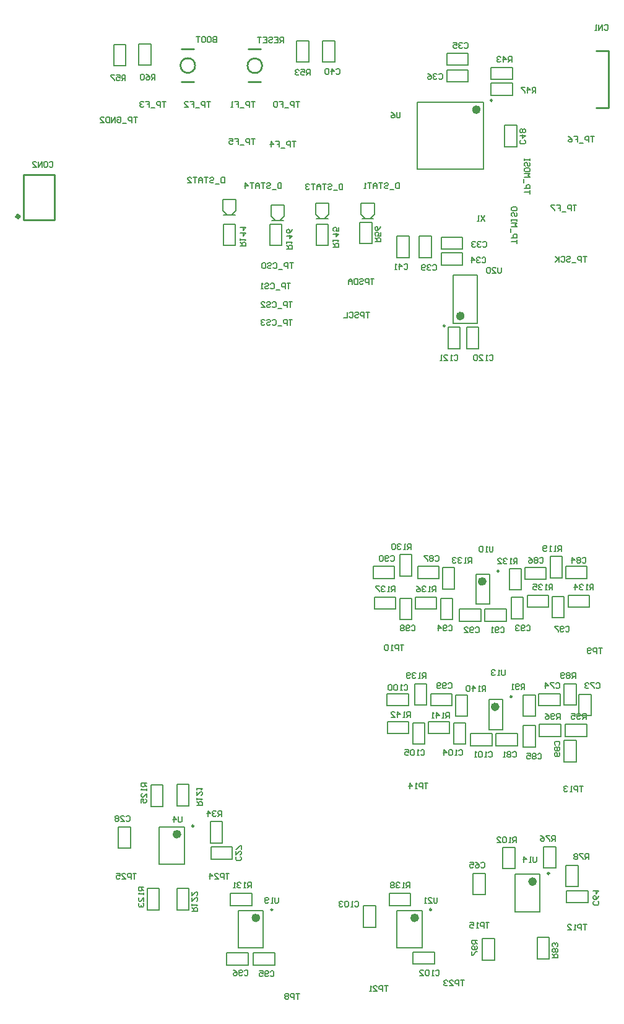
<source format=gbo>
%FSLAX25Y25*%
%MOIN*%
G70*
G01*
G75*
G04 Layer_Color=32896*
%ADD10C,0.00600*%
%ADD11R,0.03200X0.03800*%
%ADD12R,0.03937X0.11811*%
%ADD13R,0.03937X0.09449*%
%ADD14R,0.12992X0.09449*%
%ADD15R,0.03800X0.03200*%
%ADD16R,0.07087X0.13386*%
%ADD17R,0.11811X0.03937*%
%ADD18R,0.13386X0.07087*%
%ADD19R,0.09000X0.10000*%
%ADD20R,0.04724X0.01181*%
%ADD21O,0.08661X0.02362*%
G04:AMPARAMS|DCode=22|XSize=216.54mil|YSize=78.74mil|CornerRadius=0mil|HoleSize=0mil|Usage=FLASHONLY|Rotation=180.000|XOffset=0mil|YOffset=0mil|HoleType=Round|Shape=Octagon|*
%AMOCTAGOND22*
4,1,8,-0.10827,0.01969,-0.10827,-0.01969,-0.08858,-0.03937,0.08858,-0.03937,0.10827,-0.01969,0.10827,0.01969,0.08858,0.03937,-0.08858,0.03937,-0.10827,0.01969,0.0*
%
%ADD22OCTAGOND22*%

%ADD23R,0.21654X0.07874*%
G04:AMPARAMS|DCode=24|XSize=216.54mil|YSize=78.74mil|CornerRadius=0mil|HoleSize=0mil|Usage=FLASHONLY|Rotation=90.000|XOffset=0mil|YOffset=0mil|HoleType=Round|Shape=Octagon|*
%AMOCTAGOND24*
4,1,8,0.01969,0.10827,-0.01969,0.10827,-0.03937,0.08858,-0.03937,-0.08858,-0.01969,-0.10827,0.01969,-0.10827,0.03937,-0.08858,0.03937,0.08858,0.01969,0.10827,0.0*
%
%ADD24OCTAGOND24*%

%ADD25R,0.07874X0.21654*%
%ADD26R,0.03937X0.04331*%
%ADD27R,0.03740X0.02165*%
%ADD28R,0.10000X0.09000*%
%ADD29R,0.06299X0.13780*%
%ADD30C,0.00800*%
%ADD31C,0.01000*%
%ADD32C,0.04000*%
%ADD33C,0.06000*%
%ADD34C,0.08000*%
%ADD35C,0.01500*%
%ADD36C,0.02500*%
%ADD37C,0.10000*%
%ADD38C,0.03000*%
%ADD39C,0.25000*%
%ADD40C,0.20000*%
%ADD41R,0.08858X0.08858*%
%ADD42C,0.17716*%
%ADD43C,0.15000*%
%ADD44C,0.00250*%
%ADD45R,0.12000X0.12000*%
%ADD46C,0.06200*%
%ADD47R,0.12000X0.12000*%
%ADD48P,0.25569X8X202.5*%
G04:AMPARAMS|DCode=49|XSize=180mil|YSize=300mil|CornerRadius=0mil|HoleSize=0mil|Usage=FLASHONLY|Rotation=180.000|XOffset=0mil|YOffset=0mil|HoleType=Round|Shape=Octagon|*
%AMOCTAGOND49*
4,1,8,0.04500,-0.15000,-0.04500,-0.15000,-0.09000,-0.10500,-0.09000,0.10500,-0.04500,0.15000,0.04500,0.15000,0.09000,0.10500,0.09000,-0.10500,0.04500,-0.15000,0.0*
%
%ADD49OCTAGOND49*%

%ADD50C,0.09843*%
%ADD51P,0.10653X8X22.5*%
%ADD52P,0.25569X8X112.5*%
G04:AMPARAMS|DCode=53|XSize=180mil|YSize=300mil|CornerRadius=0mil|HoleSize=0mil|Usage=FLASHONLY|Rotation=90.000|XOffset=0mil|YOffset=0mil|HoleType=Round|Shape=Octagon|*
%AMOCTAGOND53*
4,1,8,-0.15000,-0.04500,-0.15000,0.04500,-0.10500,0.09000,0.10500,0.09000,0.15000,0.04500,0.15000,-0.04500,0.10500,-0.09000,-0.10500,-0.09000,-0.15000,-0.04500,0.0*
%
%ADD53OCTAGOND53*%

%ADD54C,0.08268*%
%ADD55C,0.14500*%
%ADD56C,0.06500*%
%ADD57C,0.05300*%
%ADD58R,0.05300X0.05300*%
%ADD59C,0.04000*%
%ADD60C,0.08000*%
%ADD61C,0.05000*%
%ADD62C,0.10000*%
%ADD63C,0.06000*%
%ADD64C,0.05000*%
%ADD65O,0.06299X0.01378*%
%ADD66R,0.04724X0.05512*%
%ADD67O,0.06102X0.01378*%
%ADD68R,0.13780X0.08071*%
%ADD69R,0.15748X0.08071*%
%ADD70R,0.08858X0.01969*%
%ADD71R,0.07087X0.04331*%
%ADD72O,0.05118X0.01800*%
%ADD73O,0.01800X0.05118*%
%ADD74C,0.02000*%
%ADD75C,0.00984*%
%ADD76C,0.04134*%
%ADD77C,0.03937*%
%ADD78C,0.02362*%
%ADD79C,0.00787*%
%ADD80C,0.05906*%
%ADD81C,0.01969*%
%ADD82C,0.04921*%
%ADD83C,0.00100*%
%ADD84C,0.00200*%
D10*
X591250Y224950D02*
Y236450D01*
X584800Y224950D02*
X591250D01*
X584800D02*
Y236450D01*
X591250D01*
X537450Y558750D02*
X548950D01*
X537450D02*
Y565200D01*
X548950D01*
Y558750D02*
Y565200D01*
X578050Y130750D02*
X589550D01*
Y124300D02*
Y130750D01*
X578050Y124300D02*
X589550D01*
X578050D02*
Y130750D01*
X584250Y132950D02*
Y144450D01*
X577800Y132950D02*
X584250D01*
X577800D02*
Y144450D01*
X584250D01*
X543750Y142550D02*
Y154050D01*
X550200D01*
Y142550D02*
Y154050D01*
X543750Y142550D02*
X550200D01*
X562250Y94050D02*
Y105550D01*
X568700D01*
Y94050D02*
Y105550D01*
X562250Y94050D02*
X568700D01*
X539250Y93450D02*
Y104950D01*
X532800Y93450D02*
X539250D01*
X532800D02*
Y104950D01*
X539250D01*
X527750Y128550D02*
Y140050D01*
X534200D01*
Y128550D02*
Y140050D01*
X527750Y128550D02*
X534200D01*
X572250Y142950D02*
Y154450D01*
X565800Y142950D02*
X572250D01*
X565800D02*
Y154450D01*
X572250D01*
X354250Y176050D02*
Y187550D01*
X360700D01*
Y176050D02*
Y187550D01*
X354250Y176050D02*
X360700D01*
X358750Y120450D02*
Y131950D01*
X352300Y120450D02*
X358750D01*
X352300D02*
Y131950D01*
X358750D01*
X374750Y176450D02*
Y187950D01*
X368300Y176450D02*
X374750D01*
X368300D02*
Y187950D01*
X374750D01*
Y120450D02*
Y131950D01*
X368300Y120450D02*
X374750D01*
X368300D02*
Y131950D01*
X374750D01*
X386550Y154250D02*
X398050D01*
Y147800D02*
Y154250D01*
X386550Y147800D02*
X398050D01*
X386550D02*
Y154250D01*
X336750Y153550D02*
Y165050D01*
X343200D01*
Y153550D02*
Y165050D01*
X336750Y153550D02*
X343200D01*
X392750Y156450D02*
Y167950D01*
X386300Y156450D02*
X392750D01*
X386300D02*
Y167950D01*
X392750D01*
X481550Y221750D02*
X493050D01*
Y215300D02*
Y221750D01*
X481550Y215300D02*
X493050D01*
X481550D02*
Y221750D01*
X503550D02*
X515050D01*
Y215300D02*
Y221750D01*
X503550Y215300D02*
X515050D01*
X503550D02*
Y221750D01*
X495250Y209550D02*
Y221050D01*
X501700D01*
Y209550D02*
Y221050D01*
X495250Y209550D02*
X501700D01*
X517250D02*
Y221050D01*
X523700D01*
Y209550D02*
Y221050D01*
X517250Y209550D02*
X523700D01*
X518250Y224550D02*
Y236050D01*
X524700D01*
Y224550D02*
Y236050D01*
X518250Y224550D02*
X524700D01*
X481450Y230250D02*
X492950D01*
X481450D02*
Y236700D01*
X492950D01*
Y230250D02*
Y236700D01*
X504950Y230250D02*
X516450D01*
X504950D02*
Y236700D01*
X516450D01*
Y230250D02*
Y236700D01*
X496250Y230550D02*
Y242050D01*
X502700D01*
Y230550D02*
Y242050D01*
X496250Y230550D02*
X502700D01*
X526450Y208750D02*
X537950D01*
X526450D02*
Y215200D01*
X537950D01*
Y208750D02*
Y215200D01*
X540050Y215250D02*
X551550D01*
Y208800D02*
Y215250D01*
X540050Y208800D02*
X551550D01*
X540050D02*
Y215250D01*
X554750Y208050D02*
Y219550D01*
X561200D01*
Y208050D02*
Y219550D01*
X554750Y208050D02*
X561200D01*
X576750Y200050D02*
Y211550D01*
X583200D01*
Y200050D02*
Y211550D01*
X576750Y200050D02*
X583200D01*
X554750Y224550D02*
Y236050D01*
X561200D01*
Y224550D02*
Y236050D01*
X554750Y224550D02*
X561200D01*
X563450Y213750D02*
X574950D01*
X563450D02*
Y220200D01*
X574950D01*
Y213750D02*
Y220200D01*
X577450Y213750D02*
X588950D01*
X577450D02*
Y220200D01*
X588950D01*
Y213750D02*
Y220200D01*
X563050Y236750D02*
X574550D01*
Y230300D02*
Y236750D01*
X563050Y230300D02*
X574550D01*
X563050D02*
Y236750D01*
X576750Y230550D02*
Y242050D01*
X583200D01*
Y230550D02*
Y242050D01*
X576750Y230550D02*
X583200D01*
X556950Y283250D02*
X568450D01*
X556950D02*
Y289700D01*
X568450D01*
Y283250D02*
Y289700D01*
X510250Y276550D02*
Y288050D01*
X516700D01*
Y276550D02*
Y288050D01*
X510250Y276550D02*
X516700D01*
X488250D02*
Y288050D01*
X494700D01*
Y276550D02*
Y288050D01*
X488250Y276550D02*
X494700D01*
X511250Y293050D02*
Y304550D01*
X517700D01*
Y293050D02*
Y304550D01*
X511250Y293050D02*
X517700D01*
X474550Y288750D02*
X486050D01*
Y282300D02*
Y288750D01*
X474550Y282300D02*
X486050D01*
X474550D02*
Y288750D01*
X496550D02*
X508050D01*
Y282300D02*
Y288750D01*
X496550Y282300D02*
X508050D01*
X496550D02*
Y288750D01*
X473950Y298750D02*
X485450D01*
X473950D02*
Y305200D01*
X485450D01*
Y298750D02*
Y305200D01*
X497950Y298750D02*
X509450D01*
X497950D02*
Y305200D01*
X509450D01*
Y298750D02*
Y305200D01*
X488250Y300050D02*
Y311550D01*
X494700D01*
Y300050D02*
Y311550D01*
X488250Y300050D02*
X494700D01*
X548250Y277050D02*
Y288550D01*
X554700D01*
Y277050D02*
Y288550D01*
X548250Y277050D02*
X554700D01*
X570250Y277550D02*
Y289050D01*
X576700D01*
Y277550D02*
Y289050D01*
X570250Y277550D02*
X576700D01*
X578950Y283250D02*
X590450D01*
X578950D02*
Y289700D01*
X590450D01*
Y283250D02*
Y289700D01*
X547250Y292550D02*
Y304050D01*
X553700D01*
Y292550D02*
Y304050D01*
X547250Y292550D02*
X553700D01*
X555550Y304750D02*
X567050D01*
Y298300D02*
Y304750D01*
X555550Y298300D02*
X567050D01*
X555550D02*
Y304750D01*
X577550Y305250D02*
X589050D01*
Y298800D02*
Y305250D01*
X577550Y298800D02*
X589050D01*
X577550D02*
Y305250D01*
X520450Y275750D02*
X531950D01*
X520450D02*
Y282200D01*
X531950D01*
Y275750D02*
Y282200D01*
X534050Y282250D02*
X545550D01*
Y275800D02*
Y282250D01*
X534050Y275800D02*
X545550D01*
X534050D02*
Y282250D01*
X569250Y299050D02*
Y310550D01*
X575700D01*
Y299050D02*
Y310550D01*
X569250Y299050D02*
X575700D01*
X495450Y97750D02*
X506950D01*
X495450Y91300D02*
Y97750D01*
Y91300D02*
X506950D01*
Y97750D01*
X482550Y129250D02*
X494050D01*
Y122800D02*
Y129250D01*
X482550Y122800D02*
X494050D01*
X482550D02*
Y129250D01*
X409450Y90750D02*
X420950D01*
X409450D02*
Y97200D01*
X420950D01*
Y90750D02*
Y97200D01*
X395050Y97250D02*
X406550D01*
Y90800D02*
Y97250D01*
X395050Y90800D02*
X406550D01*
X395050D02*
Y97250D01*
X397050Y129250D02*
X408550D01*
Y122800D02*
Y129250D01*
X397050Y122800D02*
X408550D01*
X397050D02*
Y129250D01*
X530750Y422450D02*
Y433950D01*
X524300Y422450D02*
X530750D01*
X524300D02*
Y433950D01*
X530750D01*
X520750Y422450D02*
Y433950D01*
X514300Y422450D02*
X520750D01*
X514300D02*
Y433950D01*
X520750D01*
X473250Y478950D02*
Y490450D01*
X466800Y478950D02*
X473250D01*
X466800D02*
Y490450D01*
X473250D01*
X424750Y477950D02*
Y489450D01*
X418300Y477950D02*
X424750D01*
X418300D02*
Y489450D01*
X424750D01*
X449750Y477950D02*
Y489450D01*
X443300Y477950D02*
X449750D01*
X443300D02*
Y489450D01*
X449750D01*
X399750Y477950D02*
Y489450D01*
X393300Y477950D02*
X399750D01*
X393300D02*
Y489450D01*
X399750D01*
X537450Y567250D02*
X548950D01*
X537450D02*
Y573700D01*
X548950D01*
Y567250D02*
Y573700D01*
X544750Y531050D02*
Y542550D01*
X551200D01*
Y531050D02*
Y542550D01*
X544750Y531050D02*
X551200D01*
X493250Y471450D02*
Y482950D01*
X486800Y471450D02*
X493250D01*
X486800D02*
Y482950D01*
X493250D01*
X505250Y471450D02*
Y482950D01*
X498800Y471450D02*
X505250D01*
X498800D02*
Y482950D01*
X505250D01*
X513529Y574950D02*
X525030D01*
X513529D02*
Y581400D01*
X525030D01*
Y574950D02*
Y581400D01*
X510530Y475850D02*
X522029D01*
X510530D02*
Y482300D01*
X522029D01*
Y475850D02*
Y482300D01*
X510530Y467450D02*
X522029D01*
X510530D02*
Y473900D01*
X522029D01*
Y467450D02*
Y473900D01*
X513529Y565900D02*
X525030D01*
X513529D02*
Y572350D01*
X525030D01*
Y565900D02*
Y572350D01*
X475250Y111050D02*
Y122550D01*
X468800D02*
X475250D01*
X468800Y111050D02*
Y122550D01*
Y111050D02*
X475250D01*
X334250Y574550D02*
Y586050D01*
X340700D01*
Y574550D02*
Y586050D01*
X334250Y574550D02*
X340700D01*
X354250Y574950D02*
Y586450D01*
X347800Y574950D02*
X354250D01*
X347800D02*
Y586450D01*
X354250D01*
X432750Y576550D02*
Y588050D01*
X439200D01*
Y576550D02*
Y588050D01*
X432750Y576550D02*
X439200D01*
X446750D02*
Y588050D01*
X453200D01*
Y576550D02*
Y588050D01*
X446750Y576550D02*
X453200D01*
X430500Y437999D02*
X428501D01*
X429500D01*
Y435000D01*
X427501D02*
Y437999D01*
X426002D01*
X425502Y437499D01*
Y436500D01*
X426002Y436000D01*
X427501D01*
X424502Y434500D02*
X422503D01*
X419504Y437499D02*
X420003Y437999D01*
X421003D01*
X421503Y437499D01*
Y435500D01*
X421003Y435000D01*
X420003D01*
X419504Y435500D01*
X416504Y437499D02*
X417004Y437999D01*
X418004D01*
X418504Y437499D01*
Y436999D01*
X418004Y436500D01*
X417004D01*
X416504Y436000D01*
Y435500D01*
X417004Y435000D01*
X418004D01*
X418504Y435500D01*
X415505Y437499D02*
X415005Y437999D01*
X414005D01*
X413506Y437499D01*
Y436999D01*
X414005Y436500D01*
X414505D01*
X414005D01*
X413506Y436000D01*
Y435500D01*
X414005Y435000D01*
X415005D01*
X415505Y435500D01*
X430500Y447499D02*
X428501D01*
X429500D01*
Y444500D01*
X427501D02*
Y447499D01*
X426002D01*
X425502Y446999D01*
Y445999D01*
X426002Y445500D01*
X427501D01*
X424502Y444000D02*
X422503D01*
X419504Y446999D02*
X420003Y447499D01*
X421003D01*
X421503Y446999D01*
Y445000D01*
X421003Y444500D01*
X420003D01*
X419504Y445000D01*
X416504Y446999D02*
X417004Y447499D01*
X418004D01*
X418504Y446999D01*
Y446499D01*
X418004Y445999D01*
X417004D01*
X416504Y445500D01*
Y445000D01*
X417004Y444500D01*
X418004D01*
X418504Y445000D01*
X413506Y444500D02*
X415505D01*
X413506Y446499D01*
Y446999D01*
X414005Y447499D01*
X415005D01*
X415505Y446999D01*
X583500Y499499D02*
X581501D01*
X582500D01*
Y496500D01*
X580501D02*
Y499499D01*
X579002D01*
X578502Y498999D01*
Y497999D01*
X579002Y497500D01*
X580501D01*
X577502Y496000D02*
X575503D01*
X572504Y499499D02*
X574503D01*
Y497999D01*
X573503D01*
X574503D01*
Y496500D01*
X571504Y499499D02*
X569504D01*
Y498999D01*
X571504Y497000D01*
Y496500D01*
X593000Y536499D02*
X591001D01*
X592000D01*
Y533500D01*
X590001D02*
Y536499D01*
X588502D01*
X588002Y535999D01*
Y535000D01*
X588502Y534500D01*
X590001D01*
X587002Y533000D02*
X585003D01*
X582004Y536499D02*
X584003D01*
Y535000D01*
X583003D01*
X584003D01*
Y533500D01*
X579004Y536499D02*
X580004Y535999D01*
X581004Y535000D01*
Y534000D01*
X580504Y533500D01*
X579504D01*
X579004Y534000D01*
Y534500D01*
X579504Y535000D01*
X581004D01*
X299501Y522499D02*
X300001Y522999D01*
X301000D01*
X301500Y522499D01*
Y520500D01*
X301000Y520000D01*
X300001D01*
X299501Y520500D01*
X297002Y522999D02*
X298001D01*
X298501Y522499D01*
Y520500D01*
X298001Y520000D01*
X297002D01*
X296502Y520500D01*
Y522499D01*
X297002Y522999D01*
X295502Y520000D02*
Y522999D01*
X293503Y520000D01*
Y522999D01*
X290504Y520000D02*
X292503D01*
X290504Y521999D01*
Y522499D01*
X291003Y522999D01*
X292003D01*
X292503Y522499D01*
X562000Y148999D02*
Y146500D01*
X561500Y146000D01*
X560500D01*
X560001Y146500D01*
Y148999D01*
X559001Y146000D02*
X558001D01*
X558501D01*
Y148999D01*
X559001Y148499D01*
X555002Y146000D02*
Y148999D01*
X556502Y147500D01*
X554502D01*
X534000Y493999D02*
X532001Y491000D01*
Y493999D02*
X534000Y491000D01*
X531001D02*
X530001D01*
X530501D01*
Y493999D01*
X531001Y493499D01*
X402499Y148999D02*
X402999Y148500D01*
Y147500D01*
X402499Y147000D01*
X400500D01*
X400000Y147500D01*
Y148500D01*
X400500Y148999D01*
X400000Y151998D02*
Y149999D01*
X401999Y151998D01*
X402499D01*
X402999Y151499D01*
Y150499D01*
X402499Y149999D01*
X402999Y152998D02*
Y154997D01*
X402499D01*
X400500Y152998D01*
X400000D01*
X340901Y170499D02*
X341401Y170999D01*
X342400D01*
X342900Y170499D01*
Y168500D01*
X342400Y168000D01*
X341401D01*
X340901Y168500D01*
X337902Y168000D02*
X339901D01*
X337902Y169999D01*
Y170499D01*
X338402Y170999D01*
X339401D01*
X339901Y170499D01*
X336902D02*
X336402Y170999D01*
X335402D01*
X334903Y170499D01*
Y169999D01*
X335402Y169500D01*
X334903Y169000D01*
Y168500D01*
X335402Y168000D01*
X336402D01*
X336902Y168500D01*
Y169000D01*
X336402Y169500D01*
X336902Y169999D01*
Y170499D01*
X336402Y169500D02*
X335402D01*
X533001Y479499D02*
X533500Y479999D01*
X534500D01*
X535000Y479499D01*
Y477500D01*
X534500Y477000D01*
X533500D01*
X533001Y477500D01*
X532001Y479499D02*
X531501Y479999D01*
X530502D01*
X530002Y479499D01*
Y478999D01*
X530502Y478500D01*
X531001D01*
X530502D01*
X530002Y478000D01*
Y477500D01*
X530502Y477000D01*
X531501D01*
X532001Y477500D01*
X529002Y479499D02*
X528502Y479999D01*
X527502D01*
X527003Y479499D01*
Y478999D01*
X527502Y478500D01*
X528002D01*
X527502D01*
X527003Y478000D01*
Y477500D01*
X527502Y477000D01*
X528502D01*
X529002Y477500D01*
X532501Y470999D02*
X533001Y471499D01*
X534000D01*
X534500Y470999D01*
Y469000D01*
X534000Y468500D01*
X533001D01*
X532501Y469000D01*
X531501Y470999D02*
X531001Y471499D01*
X530001D01*
X529502Y470999D01*
Y470499D01*
X530001Y470000D01*
X530501D01*
X530001D01*
X529502Y469500D01*
Y469000D01*
X530001Y468500D01*
X531001D01*
X531501Y469000D01*
X527002Y468500D02*
Y471499D01*
X528502Y470000D01*
X526503D01*
X523001Y586499D02*
X523500Y586999D01*
X524500D01*
X525000Y586499D01*
Y584500D01*
X524500Y584000D01*
X523500D01*
X523001Y584500D01*
X522001Y586499D02*
X521501Y586999D01*
X520502D01*
X520002Y586499D01*
Y585999D01*
X520502Y585499D01*
X521001D01*
X520502D01*
X520002Y585000D01*
Y584500D01*
X520502Y584000D01*
X521501D01*
X522001Y584500D01*
X517003Y586999D02*
X519002D01*
Y585499D01*
X518002Y585999D01*
X517502D01*
X517003Y585499D01*
Y584500D01*
X517502Y584000D01*
X518502D01*
X519002Y584500D01*
X509184Y569816D02*
X509683Y570316D01*
X510683D01*
X511183Y569816D01*
Y567817D01*
X510683Y567317D01*
X509683D01*
X509184Y567817D01*
X508184Y569816D02*
X507684Y570316D01*
X506684D01*
X506184Y569816D01*
Y569316D01*
X506684Y568817D01*
X507184D01*
X506684D01*
X506184Y568317D01*
Y567817D01*
X506684Y567317D01*
X507684D01*
X508184Y567817D01*
X503185Y570316D02*
X504185Y569816D01*
X505185Y568817D01*
Y567817D01*
X504685Y567317D01*
X503685D01*
X503185Y567817D01*
Y568317D01*
X503685Y568817D01*
X505185D01*
X506001Y466999D02*
X506500Y467499D01*
X507500D01*
X508000Y466999D01*
Y465000D01*
X507500Y464500D01*
X506500D01*
X506001Y465000D01*
X505001Y466999D02*
X504501Y467499D01*
X503502D01*
X503002Y466999D01*
Y466499D01*
X503502Y466000D01*
X504001D01*
X503502D01*
X503002Y465500D01*
Y465000D01*
X503502Y464500D01*
X504501D01*
X505001Y465000D01*
X502002D02*
X501502Y464500D01*
X500502D01*
X500003Y465000D01*
Y466999D01*
X500502Y467499D01*
X501502D01*
X502002Y466999D01*
Y466499D01*
X501502Y466000D01*
X500003D01*
X454001Y572499D02*
X454500Y572999D01*
X455500D01*
X456000Y572499D01*
Y570500D01*
X455500Y570000D01*
X454500D01*
X454001Y570500D01*
X451502Y570000D02*
Y572999D01*
X453001Y571499D01*
X451002D01*
X450002Y572499D02*
X449502Y572999D01*
X448502D01*
X448003Y572499D01*
Y570500D01*
X448502Y570000D01*
X449502D01*
X450002Y570500D01*
Y572499D01*
X490501Y467499D02*
X491001Y467999D01*
X492000D01*
X492500Y467499D01*
Y465500D01*
X492000Y465000D01*
X491001D01*
X490501Y465500D01*
X488001Y465000D02*
Y467999D01*
X489501Y466500D01*
X487502D01*
X486502Y465000D02*
X485502D01*
X486002D01*
Y467999D01*
X486502Y467499D01*
X555499Y534499D02*
X555999Y533999D01*
Y533000D01*
X555499Y532500D01*
X553500D01*
X553000Y533000D01*
Y533999D01*
X553500Y534499D01*
X553000Y536999D02*
X555999D01*
X554499Y535499D01*
Y537498D01*
X555499Y538498D02*
X555999Y538998D01*
Y539998D01*
X555499Y540497D01*
X554999D01*
X554499Y539998D01*
X554000Y540497D01*
X553500D01*
X553000Y539998D01*
Y538998D01*
X553500Y538498D01*
X554000D01*
X554499Y538998D01*
X554999Y538498D01*
X555499D01*
X554499Y538998D02*
Y539998D01*
X594999Y124999D02*
X595499Y124499D01*
Y123500D01*
X594999Y123000D01*
X593000D01*
X592500Y123500D01*
Y124499D01*
X593000Y124999D01*
X595499Y127998D02*
X594999Y126999D01*
X593999Y125999D01*
X593000D01*
X592500Y126499D01*
Y127499D01*
X593000Y127998D01*
X593500D01*
X593999Y127499D01*
Y125999D01*
X592500Y130498D02*
X595499D01*
X593999Y128998D01*
Y130997D01*
X531901Y145499D02*
X532401Y145999D01*
X533400D01*
X533900Y145499D01*
Y143500D01*
X533400Y143000D01*
X532401D01*
X531901Y143500D01*
X528902Y145999D02*
X529901Y145499D01*
X530901Y144500D01*
Y143500D01*
X530401Y143000D01*
X529401D01*
X528902Y143500D01*
Y144000D01*
X529401Y144500D01*
X530901D01*
X525903Y145999D02*
X527902D01*
Y144500D01*
X526902Y144999D01*
X526402D01*
X525903Y144500D01*
Y143500D01*
X526402Y143000D01*
X527402D01*
X527902Y143500D01*
X594001Y241999D02*
X594500Y242499D01*
X595500D01*
X596000Y241999D01*
Y240000D01*
X595500Y239500D01*
X594500D01*
X594001Y240000D01*
X593001Y242499D02*
X591002D01*
Y241999D01*
X593001Y240000D01*
Y239500D01*
X590002Y241999D02*
X589502Y242499D01*
X588502D01*
X588003Y241999D01*
Y241499D01*
X588502Y241000D01*
X589002D01*
X588502D01*
X588003Y240500D01*
Y240000D01*
X588502Y239500D01*
X589502D01*
X590002Y240000D01*
X572201Y242099D02*
X572701Y242599D01*
X573700D01*
X574200Y242099D01*
Y240100D01*
X573700Y239600D01*
X572701D01*
X572201Y240100D01*
X571201Y242599D02*
X569202D01*
Y242099D01*
X571201Y240100D01*
Y239600D01*
X566702D02*
Y242599D01*
X568202Y241100D01*
X566203D01*
X549001Y204999D02*
X549501Y205499D01*
X550500D01*
X551000Y204999D01*
Y203000D01*
X550500Y202500D01*
X549501D01*
X549001Y203000D01*
X548001Y204999D02*
X547501Y205499D01*
X546501D01*
X546002Y204999D01*
Y204499D01*
X546501Y203999D01*
X546002Y203500D01*
Y203000D01*
X546501Y202500D01*
X547501D01*
X548001Y203000D01*
Y203500D01*
X547501Y203999D01*
X548001Y204499D01*
Y204999D01*
X547501Y203999D02*
X546501D01*
X545002Y202500D02*
X544002D01*
X544502D01*
Y205499D01*
X545002Y204999D01*
X586501Y309499D02*
X587001Y309999D01*
X588000D01*
X588500Y309499D01*
Y307500D01*
X588000Y307000D01*
X587001D01*
X586501Y307500D01*
X585501Y309499D02*
X585001Y309999D01*
X584001D01*
X583502Y309499D01*
Y308999D01*
X584001Y308500D01*
X583502Y308000D01*
Y307500D01*
X584001Y307000D01*
X585001D01*
X585501Y307500D01*
Y308000D01*
X585001Y308500D01*
X585501Y308999D01*
Y309499D01*
X585001Y308500D02*
X584001D01*
X581002Y307000D02*
Y309999D01*
X582502Y308500D01*
X580503D01*
X562501Y203999D02*
X563000Y204499D01*
X564000D01*
X564500Y203999D01*
Y202000D01*
X564000Y201500D01*
X563000D01*
X562501Y202000D01*
X561501Y203999D02*
X561001Y204499D01*
X560002D01*
X559502Y203999D01*
Y203499D01*
X560002Y202999D01*
X559502Y202500D01*
Y202000D01*
X560002Y201500D01*
X561001D01*
X561501Y202000D01*
Y202500D01*
X561001Y202999D01*
X561501Y203499D01*
Y203999D01*
X561001Y202999D02*
X560002D01*
X556503Y204499D02*
X558502D01*
Y202999D01*
X557502Y203499D01*
X557002D01*
X556503Y202999D01*
Y202000D01*
X557002Y201500D01*
X558002D01*
X558502Y202000D01*
X563501Y309499D02*
X564001Y309999D01*
X565000D01*
X565500Y309499D01*
Y307500D01*
X565000Y307000D01*
X564001D01*
X563501Y307500D01*
X562501Y309499D02*
X562001Y309999D01*
X561001D01*
X560502Y309499D01*
Y308999D01*
X561001Y308500D01*
X560502Y308000D01*
Y307500D01*
X561001Y307000D01*
X562001D01*
X562501Y307500D01*
Y308000D01*
X562001Y308500D01*
X562501Y308999D01*
Y309499D01*
X562001Y308500D02*
X561001D01*
X557503Y309999D02*
X558502Y309499D01*
X559502Y308500D01*
Y307500D01*
X559002Y307000D01*
X558002D01*
X557503Y307500D01*
Y308000D01*
X558002Y308500D01*
X559502D01*
X507201Y310599D02*
X507700Y311099D01*
X508700D01*
X509200Y310599D01*
Y308600D01*
X508700Y308100D01*
X507700D01*
X507201Y308600D01*
X506201Y310599D02*
X505701Y311099D01*
X504702D01*
X504202Y310599D01*
Y310099D01*
X504702Y309599D01*
X504202Y309100D01*
Y308600D01*
X504702Y308100D01*
X505701D01*
X506201Y308600D01*
Y309100D01*
X505701Y309599D01*
X506201Y310099D01*
Y310599D01*
X505701Y309599D02*
X504702D01*
X503202Y311099D02*
X501203D01*
Y310599D01*
X503202Y308600D01*
Y308100D01*
X572001Y209001D02*
X571501Y209501D01*
Y210500D01*
X572001Y211000D01*
X574000D01*
X574500Y210500D01*
Y209501D01*
X574000Y209001D01*
X572001Y208001D02*
X571501Y207501D01*
Y206502D01*
X572001Y206002D01*
X572501D01*
X573000Y206502D01*
X573500Y206002D01*
X574000D01*
X574500Y206502D01*
Y207501D01*
X574000Y208001D01*
X573500D01*
X573000Y207501D01*
X572501Y208001D01*
X572001D01*
X573000Y207501D02*
Y206502D01*
X574000Y205002D02*
X574500Y204502D01*
Y203502D01*
X574000Y203003D01*
X572001D01*
X571501Y203502D01*
Y204502D01*
X572001Y205002D01*
X572501D01*
X573000Y204502D01*
Y203003D01*
X542501Y271999D02*
X543001Y272499D01*
X544000D01*
X544500Y271999D01*
Y270000D01*
X544000Y269500D01*
X543001D01*
X542501Y270000D01*
X541501D02*
X541001Y269500D01*
X540001D01*
X539502Y270000D01*
Y271999D01*
X540001Y272499D01*
X541001D01*
X541501Y271999D01*
Y271499D01*
X541001Y271000D01*
X539502D01*
X538502Y269500D02*
X537502D01*
X538002D01*
Y272499D01*
X538502Y271999D01*
X556501Y272999D02*
X557000Y273499D01*
X558000D01*
X558500Y272999D01*
Y271000D01*
X558000Y270500D01*
X557000D01*
X556501Y271000D01*
X555501D02*
X555001Y270500D01*
X554002D01*
X553502Y271000D01*
Y272999D01*
X554002Y273499D01*
X555001D01*
X555501Y272999D01*
Y272499D01*
X555001Y272000D01*
X553502D01*
X552502Y272999D02*
X552002Y273499D01*
X551002D01*
X550503Y272999D01*
Y272499D01*
X551002Y272000D01*
X551502D01*
X551002D01*
X550503Y271500D01*
Y271000D01*
X551002Y270500D01*
X552002D01*
X552502Y271000D01*
X514501Y272999D02*
X515000Y273499D01*
X516000D01*
X516500Y272999D01*
Y271000D01*
X516000Y270500D01*
X515000D01*
X514501Y271000D01*
X513501D02*
X513001Y270500D01*
X512002D01*
X511502Y271000D01*
Y272999D01*
X512002Y273499D01*
X513001D01*
X513501Y272999D01*
Y272499D01*
X513001Y272000D01*
X511502D01*
X509002Y270500D02*
Y273499D01*
X510502Y272000D01*
X508503D01*
X418501Y86999D02*
X419000Y87499D01*
X420000D01*
X420500Y86999D01*
Y85000D01*
X420000Y84500D01*
X419000D01*
X418501Y85000D01*
X417501D02*
X417001Y84500D01*
X416002D01*
X415502Y85000D01*
Y86999D01*
X416002Y87499D01*
X417001D01*
X417501Y86999D01*
Y86499D01*
X417001Y86000D01*
X415502D01*
X412503Y87499D02*
X414502D01*
Y86000D01*
X413502Y86499D01*
X413002D01*
X412503Y86000D01*
Y85000D01*
X413002Y84500D01*
X414002D01*
X414502Y85000D01*
X404501Y87499D02*
X405000Y87999D01*
X406000D01*
X406500Y87499D01*
Y85500D01*
X406000Y85000D01*
X405000D01*
X404501Y85500D01*
X403501D02*
X403001Y85000D01*
X402001D01*
X401502Y85500D01*
Y87499D01*
X402001Y87999D01*
X403001D01*
X403501Y87499D01*
Y86999D01*
X403001Y86500D01*
X401502D01*
X398503Y87999D02*
X399502Y87499D01*
X400502Y86500D01*
Y85500D01*
X400002Y85000D01*
X399002D01*
X398503Y85500D01*
Y86000D01*
X399002Y86500D01*
X400502D01*
X577501Y272499D02*
X578000Y272999D01*
X579000D01*
X579500Y272499D01*
Y270500D01*
X579000Y270000D01*
X578000D01*
X577501Y270500D01*
X576501D02*
X576001Y270000D01*
X575001D01*
X574502Y270500D01*
Y272499D01*
X575001Y272999D01*
X576001D01*
X576501Y272499D01*
Y271999D01*
X576001Y271499D01*
X574502D01*
X573502Y272999D02*
X571503D01*
Y272499D01*
X573502Y270500D01*
Y270000D01*
X494501Y272999D02*
X495001Y273499D01*
X496000D01*
X496500Y272999D01*
Y271000D01*
X496000Y270500D01*
X495001D01*
X494501Y271000D01*
X493501D02*
X493001Y270500D01*
X492001D01*
X491502Y271000D01*
Y272999D01*
X492001Y273499D01*
X493001D01*
X493501Y272999D01*
Y272499D01*
X493001Y272000D01*
X491502D01*
X490502Y272999D02*
X490002Y273499D01*
X489002D01*
X488503Y272999D01*
Y272499D01*
X489002Y272000D01*
X488503Y271500D01*
Y271000D01*
X489002Y270500D01*
X490002D01*
X490502Y271000D01*
Y271500D01*
X490002Y272000D01*
X490502Y272499D01*
Y272999D01*
X490002Y272000D02*
X489002D01*
X514201Y242099D02*
X514701Y242599D01*
X515700D01*
X516200Y242099D01*
Y240100D01*
X515700Y239600D01*
X514701D01*
X514201Y240100D01*
X513201D02*
X512701Y239600D01*
X511701D01*
X511202Y240100D01*
Y242099D01*
X511701Y242599D01*
X512701D01*
X513201Y242099D01*
Y241599D01*
X512701Y241100D01*
X511202D01*
X510202Y240100D02*
X509702Y239600D01*
X508702D01*
X508203Y240100D01*
Y242099D01*
X508702Y242599D01*
X509702D01*
X510202Y242099D01*
Y241599D01*
X509702Y241100D01*
X508203D01*
X490501Y240999D02*
X491001Y241499D01*
X492000D01*
X492500Y240999D01*
Y239000D01*
X492000Y238500D01*
X491001D01*
X490501Y239000D01*
X489501Y238500D02*
X488501D01*
X489001D01*
Y241499D01*
X489501Y240999D01*
X487002D02*
X486502Y241499D01*
X485502D01*
X485002Y240999D01*
Y239000D01*
X485502Y238500D01*
X486502D01*
X487002Y239000D01*
Y240999D01*
X484003D02*
X483503Y241499D01*
X482503D01*
X482003Y240999D01*
Y239000D01*
X482503Y238500D01*
X483503D01*
X484003Y239000D01*
Y240999D01*
X536001Y204999D02*
X536501Y205499D01*
X537500D01*
X538000Y204999D01*
Y203000D01*
X537500Y202500D01*
X536501D01*
X536001Y203000D01*
X535001Y202500D02*
X534001D01*
X534501D01*
Y205499D01*
X535001Y204999D01*
X532502D02*
X532002Y205499D01*
X531002D01*
X530502Y204999D01*
Y203000D01*
X531002Y202500D01*
X532002D01*
X532502Y203000D01*
Y204999D01*
X529503Y202500D02*
X528503D01*
X529003D01*
Y205499D01*
X529503Y204999D01*
X507501Y87499D02*
X508001Y87999D01*
X509000D01*
X509500Y87499D01*
Y85500D01*
X509000Y85000D01*
X508001D01*
X507501Y85500D01*
X506501Y85000D02*
X505501D01*
X506001D01*
Y87999D01*
X506501Y87499D01*
X504002D02*
X503502Y87999D01*
X502502D01*
X502002Y87499D01*
Y85500D01*
X502502Y85000D01*
X503502D01*
X504002Y85500D01*
Y87499D01*
X499003Y85000D02*
X501003D01*
X499003Y86999D01*
Y87499D01*
X499503Y87999D01*
X500503D01*
X501003Y87499D01*
X464001Y124499D02*
X464501Y124999D01*
X465500D01*
X466000Y124499D01*
Y122500D01*
X465500Y122000D01*
X464501D01*
X464001Y122500D01*
X463001Y122000D02*
X462001D01*
X462501D01*
Y124999D01*
X463001Y124499D01*
X460502D02*
X460002Y124999D01*
X459002D01*
X458502Y124499D01*
Y122500D01*
X459002Y122000D01*
X460002D01*
X460502Y122500D01*
Y124499D01*
X457503D02*
X457003Y124999D01*
X456003D01*
X455503Y124499D01*
Y123999D01*
X456003Y123500D01*
X456503D01*
X456003D01*
X455503Y123000D01*
Y122500D01*
X456003Y122000D01*
X457003D01*
X457503Y122500D01*
X520001Y205999D02*
X520501Y206499D01*
X521500D01*
X522000Y205999D01*
Y204000D01*
X521500Y203500D01*
X520501D01*
X520001Y204000D01*
X519001Y203500D02*
X518001D01*
X518501D01*
Y206499D01*
X519001Y205999D01*
X516502D02*
X516002Y206499D01*
X515002D01*
X514502Y205999D01*
Y204000D01*
X515002Y203500D01*
X516002D01*
X516502Y204000D01*
Y205999D01*
X512003Y203500D02*
Y206499D01*
X513503Y204999D01*
X511503D01*
X499501Y205999D02*
X500000Y206499D01*
X501000D01*
X501500Y205999D01*
Y204000D01*
X501000Y203500D01*
X500000D01*
X499501Y204000D01*
X498501Y203500D02*
X497501D01*
X498001D01*
Y206499D01*
X498501Y205999D01*
X496002D02*
X495502Y206499D01*
X494502D01*
X494002Y205999D01*
Y204000D01*
X494502Y203500D01*
X495502D01*
X496002Y204000D01*
Y205999D01*
X491003Y206499D02*
X493003D01*
Y204999D01*
X492003Y205499D01*
X491503D01*
X491003Y204999D01*
Y204000D01*
X491503Y203500D01*
X492503D01*
X493003Y204000D01*
X536501Y418499D02*
X537001Y418999D01*
X538000D01*
X538500Y418499D01*
Y416500D01*
X538000Y416000D01*
X537001D01*
X536501Y416500D01*
X535501Y416000D02*
X534501D01*
X535001D01*
Y418999D01*
X535501Y418499D01*
X531002Y416000D02*
X533002D01*
X531002Y417999D01*
Y418499D01*
X531502Y418999D01*
X532502D01*
X533002Y418499D01*
X530003D02*
X529503Y418999D01*
X528503D01*
X528003Y418499D01*
Y416500D01*
X528503Y416000D01*
X529503D01*
X530003Y416500D01*
Y418499D01*
X517501D02*
X518001Y418999D01*
X519000D01*
X519500Y418499D01*
Y416500D01*
X519000Y416000D01*
X518001D01*
X517501Y416500D01*
X516501Y416000D02*
X515501D01*
X516001D01*
Y418999D01*
X516501Y418499D01*
X512002Y416000D02*
X514002D01*
X512002Y417999D01*
Y418499D01*
X512502Y418999D01*
X513502D01*
X514002Y418499D01*
X511003Y416000D02*
X510003D01*
X510503D01*
Y418999D01*
X511003Y418499D01*
X488000Y511499D02*
Y508500D01*
X486501D01*
X486001Y509000D01*
Y510999D01*
X486501Y511499D01*
X488000D01*
X485001Y508000D02*
X483002D01*
X480003Y510999D02*
X480502Y511499D01*
X481502D01*
X482002Y510999D01*
Y510499D01*
X481502Y510000D01*
X480502D01*
X480003Y509500D01*
Y509000D01*
X480502Y508500D01*
X481502D01*
X482002Y509000D01*
X479003Y511499D02*
X477004D01*
X478003D01*
Y508500D01*
X476004D02*
Y510499D01*
X475004Y511499D01*
X474005Y510499D01*
Y508500D01*
Y510000D01*
X476004D01*
X473005Y511499D02*
X471005D01*
X472005D01*
Y508500D01*
X470006D02*
X469006D01*
X469506D01*
Y511499D01*
X470006Y510999D01*
X394000Y514499D02*
Y511500D01*
X392500D01*
X392001Y512000D01*
Y513999D01*
X392500Y514499D01*
X394000D01*
X391001Y511000D02*
X389002D01*
X386003Y513999D02*
X386502Y514499D01*
X387502D01*
X388002Y513999D01*
Y513499D01*
X387502Y512999D01*
X386502D01*
X386003Y512500D01*
Y512000D01*
X386502Y511500D01*
X387502D01*
X388002Y512000D01*
X385003Y514499D02*
X383004D01*
X384003D01*
Y511500D01*
X382004D02*
Y513499D01*
X381004Y514499D01*
X380005Y513499D01*
Y511500D01*
Y512999D01*
X382004D01*
X379005Y514499D02*
X377006D01*
X378005D01*
Y511500D01*
X374007D02*
X376006D01*
X374007Y513499D01*
Y513999D01*
X374506Y514499D01*
X375506D01*
X376006Y513999D01*
X457500Y510999D02*
Y508000D01*
X456001D01*
X455501Y508500D01*
Y510499D01*
X456001Y510999D01*
X457500D01*
X454501Y507500D02*
X452502D01*
X449503Y510499D02*
X450002Y510999D01*
X451002D01*
X451502Y510499D01*
Y509999D01*
X451002Y509500D01*
X450002D01*
X449503Y509000D01*
Y508500D01*
X450002Y508000D01*
X451002D01*
X451502Y508500D01*
X448503Y510999D02*
X446504D01*
X447503D01*
Y508000D01*
X445504D02*
Y509999D01*
X444504Y510999D01*
X443504Y509999D01*
Y508000D01*
Y509500D01*
X445504D01*
X442505Y510999D02*
X440506D01*
X441505D01*
Y508000D01*
X439506Y510499D02*
X439006Y510999D01*
X438006D01*
X437506Y510499D01*
Y509999D01*
X438006Y509500D01*
X438506D01*
X438006D01*
X437506Y509000D01*
Y508500D01*
X438006Y508000D01*
X439006D01*
X439506Y508500D01*
X424500Y511499D02*
Y508500D01*
X423000D01*
X422501Y509000D01*
Y510999D01*
X423000Y511499D01*
X424500D01*
X421501Y508000D02*
X419502D01*
X416503Y510999D02*
X417002Y511499D01*
X418002D01*
X418502Y510999D01*
Y510499D01*
X418002Y510000D01*
X417002D01*
X416503Y509500D01*
Y509000D01*
X417002Y508500D01*
X418002D01*
X418502Y509000D01*
X415503Y511499D02*
X413504D01*
X414503D01*
Y508500D01*
X412504D02*
Y510499D01*
X411504Y511499D01*
X410504Y510499D01*
Y508500D01*
Y510000D01*
X412504D01*
X409505Y511499D02*
X407506D01*
X408505D01*
Y508500D01*
X405006D02*
Y511499D01*
X406506Y510000D01*
X404506D01*
X392400Y170800D02*
Y173799D01*
X390900D01*
X390401Y173299D01*
Y172300D01*
X390900Y171800D01*
X392400D01*
X391400D02*
X390401Y170800D01*
X389401Y173299D02*
X388901Y173799D01*
X387901D01*
X387402Y173299D01*
Y172799D01*
X387901Y172300D01*
X388401D01*
X387901D01*
X387402Y171800D01*
Y171300D01*
X387901Y170800D01*
X388901D01*
X389401Y171300D01*
X384902Y170800D02*
Y173799D01*
X386402Y172300D01*
X384403D01*
X548600Y576600D02*
Y579599D01*
X547100D01*
X546601Y579099D01*
Y578099D01*
X547100Y577600D01*
X548600D01*
X547600D02*
X546601Y576600D01*
X544101D02*
Y579599D01*
X545601Y578099D01*
X543602D01*
X542602Y579099D02*
X542102Y579599D01*
X541102D01*
X540603Y579099D01*
Y578599D01*
X541102Y578099D01*
X541602D01*
X541102D01*
X540603Y577600D01*
Y577100D01*
X541102Y576600D01*
X542102D01*
X542602Y577100D01*
X561500Y560000D02*
Y562999D01*
X560001D01*
X559501Y562499D01*
Y561500D01*
X560001Y561000D01*
X561500D01*
X560500D02*
X559501Y560000D01*
X557001D02*
Y562999D01*
X558501Y561500D01*
X556502D01*
X555502Y562999D02*
X553503D01*
Y562499D01*
X555502Y560500D01*
Y560000D01*
X440000Y569500D02*
Y572499D01*
X438500D01*
X438001Y571999D01*
Y570999D01*
X438500Y570500D01*
X440000D01*
X439000D02*
X438001Y569500D01*
X435002Y572499D02*
X437001D01*
Y570999D01*
X436001Y571499D01*
X435501D01*
X435002Y570999D01*
Y570000D01*
X435501Y569500D01*
X436501D01*
X437001Y570000D01*
X434002Y571999D02*
X433502Y572499D01*
X432502D01*
X432003Y571999D01*
Y571499D01*
X432502Y570999D01*
X433002D01*
X432502D01*
X432003Y570500D01*
Y570000D01*
X432502Y569500D01*
X433502D01*
X434002Y570000D01*
X475000Y480000D02*
X477999D01*
Y481499D01*
X477499Y481999D01*
X476500D01*
X476000Y481499D01*
Y480000D01*
Y481000D02*
X475000Y481999D01*
X477999Y484998D02*
Y482999D01*
X476500D01*
X476999Y483999D01*
Y484499D01*
X476500Y484998D01*
X475500D01*
X475000Y484499D01*
Y483499D01*
X475500Y482999D01*
X477999Y487997D02*
X477499Y486998D01*
X476500Y485998D01*
X475500D01*
X475000Y486498D01*
Y487498D01*
X475500Y487997D01*
X476000D01*
X476500Y487498D01*
Y485998D01*
X340500Y566500D02*
Y569499D01*
X339001D01*
X338501Y568999D01*
Y568000D01*
X339001Y567500D01*
X340500D01*
X339500D02*
X338501Y566500D01*
X335502Y569499D02*
X337501D01*
Y568000D01*
X336501Y568499D01*
X336001D01*
X335502Y568000D01*
Y567000D01*
X336001Y566500D01*
X337001D01*
X337501Y567000D01*
X334502Y569499D02*
X332503D01*
Y568999D01*
X334502Y567000D01*
Y566500D01*
X356500Y567000D02*
Y569999D01*
X355000D01*
X354501Y569499D01*
Y568500D01*
X355000Y568000D01*
X356500D01*
X355500D02*
X354501Y567000D01*
X351502Y569999D02*
X352501Y569499D01*
X353501Y568500D01*
Y567500D01*
X353001Y567000D01*
X352002D01*
X351502Y567500D01*
Y568000D01*
X352002Y568500D01*
X353501D01*
X350502Y569499D02*
X350002Y569999D01*
X349002D01*
X348503Y569499D01*
Y567500D01*
X349002Y567000D01*
X350002D01*
X350502Y567500D01*
Y569499D01*
X572000Y157400D02*
Y160399D01*
X570501D01*
X570001Y159899D01*
Y158899D01*
X570501Y158400D01*
X572000D01*
X571000D02*
X570001Y157400D01*
X569001Y160399D02*
X567002D01*
Y159899D01*
X569001Y157900D01*
Y157400D01*
X564003Y160399D02*
X565002Y159899D01*
X566002Y158899D01*
Y157900D01*
X565502Y157400D01*
X564502D01*
X564003Y157900D01*
Y158400D01*
X564502Y158899D01*
X566002D01*
X590000Y147500D02*
Y150499D01*
X588500D01*
X588001Y149999D01*
Y149000D01*
X588500Y148500D01*
X590000D01*
X589000D02*
X588001Y147500D01*
X587001Y150499D02*
X585002D01*
Y149999D01*
X587001Y148000D01*
Y147500D01*
X584002Y149999D02*
X583502Y150499D01*
X582502D01*
X582003Y149999D01*
Y149499D01*
X582502Y149000D01*
X582003Y148500D01*
Y148000D01*
X582502Y147500D01*
X583502D01*
X584002Y148000D01*
Y148500D01*
X583502Y149000D01*
X584002Y149499D01*
Y149999D01*
X583502Y149000D02*
X582502D01*
X570500Y94500D02*
X573499D01*
Y95999D01*
X572999Y96499D01*
X572000D01*
X571500Y95999D01*
Y94500D01*
Y95500D02*
X570500Y96499D01*
X572999Y97499D02*
X573499Y97999D01*
Y98999D01*
X572999Y99498D01*
X572499D01*
X572000Y98999D01*
X571500Y99498D01*
X571000D01*
X570500Y98999D01*
Y97999D01*
X571000Y97499D01*
X571500D01*
X572000Y97999D01*
X572499Y97499D01*
X572999D01*
X572000Y97999D02*
Y98999D01*
X572999Y100498D02*
X573499Y100998D01*
Y101998D01*
X572999Y102497D01*
X572499D01*
X572000Y101998D01*
Y101498D01*
Y101998D01*
X571500Y102497D01*
X571000D01*
X570500Y101998D01*
Y100998D01*
X571000Y100498D01*
X582900Y245000D02*
Y247999D01*
X581400D01*
X580901Y247499D01*
Y246499D01*
X581400Y246000D01*
X582900D01*
X581900D02*
X580901Y245000D01*
X579901Y247499D02*
X579401Y247999D01*
X578402D01*
X577902Y247499D01*
Y246999D01*
X578402Y246499D01*
X577902Y246000D01*
Y245500D01*
X578402Y245000D01*
X579401D01*
X579901Y245500D01*
Y246000D01*
X579401Y246499D01*
X579901Y246999D01*
Y247499D01*
X579401Y246499D02*
X578402D01*
X576902Y245500D02*
X576402Y245000D01*
X575402D01*
X574903Y245500D01*
Y247499D01*
X575402Y247999D01*
X576402D01*
X576902Y247499D01*
Y246999D01*
X576402Y246499D01*
X574903D01*
X555500Y239000D02*
Y241999D01*
X554001D01*
X553501Y241499D01*
Y240499D01*
X554001Y240000D01*
X555500D01*
X554500D02*
X553501Y239000D01*
X552501Y239500D02*
X552001Y239000D01*
X551002D01*
X550502Y239500D01*
Y241499D01*
X551002Y241999D01*
X552001D01*
X552501Y241499D01*
Y240999D01*
X552001Y240499D01*
X550502D01*
X549502Y239000D02*
X548502D01*
X549002D01*
Y241999D01*
X549502Y241499D01*
X588600Y223100D02*
Y226099D01*
X587101D01*
X586601Y225599D01*
Y224600D01*
X587101Y224100D01*
X588600D01*
X587600D02*
X586601Y223100D01*
X585601Y223600D02*
X585101Y223100D01*
X584101D01*
X583602Y223600D01*
Y225599D01*
X584101Y226099D01*
X585101D01*
X585601Y225599D01*
Y225099D01*
X585101Y224600D01*
X583602D01*
X580603Y226099D02*
X582602D01*
Y224600D01*
X581602Y225099D01*
X581102D01*
X580603Y224600D01*
Y223600D01*
X581102Y223100D01*
X582102D01*
X582602Y223600D01*
X574600Y223100D02*
Y226099D01*
X573101D01*
X572601Y225599D01*
Y224600D01*
X573101Y224100D01*
X574600D01*
X573600D02*
X572601Y223100D01*
X571601Y223600D02*
X571101Y223100D01*
X570101D01*
X569602Y223600D01*
Y225599D01*
X570101Y226099D01*
X571101D01*
X571601Y225599D01*
Y225099D01*
X571101Y224600D01*
X569602D01*
X566603Y226099D02*
X567602Y225599D01*
X568602Y224600D01*
Y223600D01*
X568102Y223100D01*
X567102D01*
X566603Y223600D01*
Y224100D01*
X567102Y224600D01*
X568602D01*
X530000Y104000D02*
X527001D01*
Y102500D01*
X527501Y102001D01*
X528501D01*
X529000Y102500D01*
Y104000D01*
Y103000D02*
X530000Y102001D01*
X529500Y101001D02*
X530000Y100501D01*
Y99501D01*
X529500Y99002D01*
X527501D01*
X527001Y99501D01*
Y100501D01*
X527501Y101001D01*
X528001D01*
X528501Y100501D01*
Y99002D01*
X527001Y98002D02*
Y96003D01*
X527501D01*
X529500Y98002D01*
X530000D01*
X551000Y156500D02*
Y159499D01*
X549501D01*
X549001Y158999D01*
Y158000D01*
X549501Y157500D01*
X551000D01*
X550000D02*
X549001Y156500D01*
X548001D02*
X547001D01*
X547501D01*
Y159499D01*
X548001Y158999D01*
X545502D02*
X545002Y159499D01*
X544002D01*
X543502Y158999D01*
Y157000D01*
X544002Y156500D01*
X545002D01*
X545502Y157000D01*
Y158999D01*
X540503Y156500D02*
X542503D01*
X540503Y158499D01*
Y158999D01*
X541003Y159499D01*
X542003D01*
X542503Y158999D01*
X575400Y313400D02*
Y316399D01*
X573901D01*
X573401Y315899D01*
Y314899D01*
X573901Y314400D01*
X575400D01*
X574400D02*
X573401Y313400D01*
X572401D02*
X571401D01*
X571901D01*
Y316399D01*
X572401Y315899D01*
X569902Y313400D02*
X568902D01*
X569402D01*
Y316399D01*
X569902Y315899D01*
X567403Y313900D02*
X566903Y313400D01*
X565903D01*
X565403Y313900D01*
Y315899D01*
X565903Y316399D01*
X566903D01*
X567403Y315899D01*
Y315399D01*
X566903Y314899D01*
X565403D01*
X379000Y176500D02*
X381999D01*
Y177999D01*
X381499Y178499D01*
X380500D01*
X380000Y177999D01*
Y176500D01*
Y177500D02*
X379000Y178499D01*
Y179499D02*
Y180499D01*
Y179999D01*
X381999D01*
X381499Y179499D01*
X379000Y183998D02*
Y181998D01*
X380999Y183998D01*
X381499D01*
X381999Y183498D01*
Y182498D01*
X381499Y181998D01*
X379000Y184997D02*
Y185997D01*
Y185497D01*
X381999D01*
X381499Y184997D01*
X376500Y119500D02*
X379499D01*
Y121000D01*
X378999Y121499D01*
X377999D01*
X377500Y121000D01*
Y119500D01*
Y120500D02*
X376500Y121499D01*
Y122499D02*
Y123499D01*
Y122999D01*
X379499D01*
X378999Y122499D01*
X376500Y126998D02*
Y124998D01*
X378499Y126998D01*
X378999D01*
X379499Y126498D01*
Y125498D01*
X378999Y124998D01*
X376500Y129997D02*
Y127997D01*
X378499Y129997D01*
X378999D01*
X379499Y129497D01*
Y128497D01*
X378999Y127997D01*
X350500Y132500D02*
X347501D01*
Y131000D01*
X348001Y130501D01*
X349001D01*
X349500Y131000D01*
Y132500D01*
Y131500D02*
X350500Y130501D01*
Y129501D02*
Y128501D01*
Y129001D01*
X347501D01*
X348001Y129501D01*
X350500Y125002D02*
Y127002D01*
X348501Y125002D01*
X348001D01*
X347501Y125502D01*
Y126502D01*
X348001Y127002D01*
Y124003D02*
X347501Y123503D01*
Y122503D01*
X348001Y122003D01*
X348501D01*
X349001Y122503D01*
Y123003D01*
Y122503D01*
X349500Y122003D01*
X350000D01*
X350500Y122503D01*
Y123503D01*
X350000Y124003D01*
X352000Y188500D02*
X349001D01*
Y187001D01*
X349501Y186501D01*
X350500D01*
X351000Y187001D01*
Y188500D01*
Y187500D02*
X352000Y186501D01*
Y185501D02*
Y184501D01*
Y185001D01*
X349001D01*
X349501Y185501D01*
X352000Y181002D02*
Y183002D01*
X350001Y181002D01*
X349501D01*
X349001Y181502D01*
Y182502D01*
X349501Y183002D01*
X349001Y178003D02*
Y180003D01*
X350500D01*
X350001Y179003D01*
Y178503D01*
X350500Y178003D01*
X351500D01*
X352000Y178503D01*
Y179503D01*
X351500Y180003D01*
X494400Y314400D02*
Y317399D01*
X492901D01*
X492401Y316899D01*
Y315899D01*
X492901Y315400D01*
X494400D01*
X493400D02*
X492401Y314400D01*
X491401D02*
X490401D01*
X490901D01*
Y317399D01*
X491401Y316899D01*
X488902D02*
X488402Y317399D01*
X487402D01*
X486902Y316899D01*
Y316399D01*
X487402Y315899D01*
X487902D01*
X487402D01*
X486902Y315400D01*
Y314900D01*
X487402Y314400D01*
X488402D01*
X488902Y314900D01*
X485903Y316899D02*
X485403Y317399D01*
X484403D01*
X483903Y316899D01*
Y314900D01*
X484403Y314400D01*
X485403D01*
X485903Y314900D01*
Y316899D01*
X408200Y132200D02*
Y135199D01*
X406701D01*
X406201Y134699D01*
Y133700D01*
X406701Y133200D01*
X408200D01*
X407200D02*
X406201Y132200D01*
X405201D02*
X404201D01*
X404701D01*
Y135199D01*
X405201Y134699D01*
X402702D02*
X402202Y135199D01*
X401202D01*
X400702Y134699D01*
Y134199D01*
X401202Y133700D01*
X401702D01*
X401202D01*
X400702Y133200D01*
Y132700D01*
X401202Y132200D01*
X402202D01*
X402702Y132700D01*
X399703Y132200D02*
X398703D01*
X399203D01*
Y135199D01*
X399703Y134699D01*
X551500Y306500D02*
Y309499D01*
X550000D01*
X549501Y308999D01*
Y307999D01*
X550000Y307500D01*
X551500D01*
X550500D02*
X549501Y306500D01*
X548501D02*
X547501D01*
X548001D01*
Y309499D01*
X548501Y308999D01*
X546002D02*
X545502Y309499D01*
X544502D01*
X544002Y308999D01*
Y308499D01*
X544502Y307999D01*
X545002D01*
X544502D01*
X544002Y307500D01*
Y307000D01*
X544502Y306500D01*
X545502D01*
X546002Y307000D01*
X541003Y306500D02*
X543003D01*
X541003Y308499D01*
Y308999D01*
X541503Y309499D01*
X542503D01*
X543003Y308999D01*
X527000Y307000D02*
Y309999D01*
X525500D01*
X525001Y309499D01*
Y308500D01*
X525500Y308000D01*
X527000D01*
X526000D02*
X525001Y307000D01*
X524001D02*
X523001D01*
X523501D01*
Y309999D01*
X524001Y309499D01*
X521502D02*
X521002Y309999D01*
X520002D01*
X519502Y309499D01*
Y308999D01*
X520002Y308500D01*
X520502D01*
X520002D01*
X519502Y308000D01*
Y307500D01*
X520002Y307000D01*
X521002D01*
X521502Y307500D01*
X518503Y309499D02*
X518003Y309999D01*
X517003D01*
X516503Y309499D01*
Y308999D01*
X517003Y308500D01*
X517503D01*
X517003D01*
X516503Y308000D01*
Y307500D01*
X517003Y307000D01*
X518003D01*
X518503Y307500D01*
X592500Y292500D02*
Y295499D01*
X591001D01*
X590501Y294999D01*
Y294000D01*
X591001Y293500D01*
X592500D01*
X591500D02*
X590501Y292500D01*
X589501D02*
X588501D01*
X589001D01*
Y295499D01*
X589501Y294999D01*
X587002D02*
X586502Y295499D01*
X585502D01*
X585002Y294999D01*
Y294499D01*
X585502Y294000D01*
X586002D01*
X585502D01*
X585002Y293500D01*
Y293000D01*
X585502Y292500D01*
X586502D01*
X587002Y293000D01*
X582503Y292500D02*
Y295499D01*
X584003Y294000D01*
X582003D01*
X570500Y292500D02*
Y295499D01*
X569000D01*
X568501Y294999D01*
Y294000D01*
X569000Y293500D01*
X570500D01*
X569500D02*
X568501Y292500D01*
X567501D02*
X566501D01*
X567001D01*
Y295499D01*
X567501Y294999D01*
X565002D02*
X564502Y295499D01*
X563502D01*
X563002Y294999D01*
Y294499D01*
X563502Y294000D01*
X564002D01*
X563502D01*
X563002Y293500D01*
Y293000D01*
X563502Y292500D01*
X564502D01*
X565002Y293000D01*
X560003Y295499D02*
X562003D01*
Y294000D01*
X561003Y294499D01*
X560503D01*
X560003Y294000D01*
Y293000D01*
X560503Y292500D01*
X561503D01*
X562003Y293000D01*
X507800Y291600D02*
Y294599D01*
X506300D01*
X505801Y294099D01*
Y293099D01*
X506300Y292600D01*
X507800D01*
X506800D02*
X505801Y291600D01*
X504801D02*
X503801D01*
X504301D01*
Y294599D01*
X504801Y294099D01*
X502302D02*
X501802Y294599D01*
X500802D01*
X500302Y294099D01*
Y293599D01*
X500802Y293099D01*
X501302D01*
X500802D01*
X500302Y292600D01*
Y292100D01*
X500802Y291600D01*
X501802D01*
X502302Y292100D01*
X497303Y294599D02*
X498303Y294099D01*
X499303Y293099D01*
Y292100D01*
X498803Y291600D01*
X497803D01*
X497303Y292100D01*
Y292600D01*
X497803Y293099D01*
X499303D01*
X485800Y291600D02*
Y294599D01*
X484301D01*
X483801Y294099D01*
Y293099D01*
X484301Y292600D01*
X485800D01*
X484800D02*
X483801Y291600D01*
X482801D02*
X481801D01*
X482301D01*
Y294599D01*
X482801Y294099D01*
X480302D02*
X479802Y294599D01*
X478802D01*
X478302Y294099D01*
Y293599D01*
X478802Y293099D01*
X479302D01*
X478802D01*
X478302Y292600D01*
Y292100D01*
X478802Y291600D01*
X479802D01*
X480302Y292100D01*
X477303Y294599D02*
X475303D01*
Y294099D01*
X477303Y292100D01*
Y291600D01*
X493800Y132200D02*
Y135199D01*
X492301D01*
X491801Y134699D01*
Y133700D01*
X492301Y133200D01*
X493800D01*
X492800D02*
X491801Y132200D01*
X490801D02*
X489801D01*
X490301D01*
Y135199D01*
X490801Y134699D01*
X488302D02*
X487802Y135199D01*
X486802D01*
X486302Y134699D01*
Y134199D01*
X486802Y133700D01*
X487302D01*
X486802D01*
X486302Y133200D01*
Y132700D01*
X486802Y132200D01*
X487802D01*
X488302Y132700D01*
X485303Y134699D02*
X484803Y135199D01*
X483803D01*
X483303Y134699D01*
Y134199D01*
X483803Y133700D01*
X483303Y133200D01*
Y132700D01*
X483803Y132200D01*
X484803D01*
X485303Y132700D01*
Y133200D01*
X484803Y133700D01*
X485303Y134199D01*
Y134699D01*
X484803Y133700D02*
X483803D01*
X502400Y245000D02*
Y247999D01*
X500901D01*
X500401Y247499D01*
Y246499D01*
X500901Y246000D01*
X502400D01*
X501400D02*
X500401Y245000D01*
X499401D02*
X498401D01*
X498901D01*
Y247999D01*
X499401Y247499D01*
X496902D02*
X496402Y247999D01*
X495402D01*
X494902Y247499D01*
Y246999D01*
X495402Y246499D01*
X495902D01*
X495402D01*
X494902Y246000D01*
Y245500D01*
X495402Y245000D01*
X496402D01*
X496902Y245500D01*
X493903D02*
X493403Y245000D01*
X492403D01*
X491903Y245500D01*
Y247499D01*
X492403Y247999D01*
X493403D01*
X493903Y247499D01*
Y246999D01*
X493403Y246499D01*
X491903D01*
X534500Y238000D02*
Y240999D01*
X533001D01*
X532501Y240499D01*
Y239499D01*
X533001Y239000D01*
X534500D01*
X533500D02*
X532501Y238000D01*
X531501D02*
X530501D01*
X531001D01*
Y240999D01*
X531501Y240499D01*
X527502Y238000D02*
Y240999D01*
X529002Y239499D01*
X527002D01*
X526003Y240499D02*
X525503Y240999D01*
X524503D01*
X524003Y240499D01*
Y238500D01*
X524503Y238000D01*
X525503D01*
X526003Y238500D01*
Y240499D01*
X515000Y223500D02*
Y226499D01*
X513500D01*
X513001Y225999D01*
Y224999D01*
X513500Y224500D01*
X515000D01*
X514000D02*
X513001Y223500D01*
X512001D02*
X511001D01*
X511501D01*
Y226499D01*
X512001Y225999D01*
X508002Y223500D02*
Y226499D01*
X509502Y224999D01*
X507502D01*
X506503Y223500D02*
X505503D01*
X506003D01*
Y226499D01*
X506503Y225999D01*
X494000Y224000D02*
Y226999D01*
X492500D01*
X492001Y226499D01*
Y225500D01*
X492500Y225000D01*
X494000D01*
X493000D02*
X492001Y224000D01*
X491001D02*
X490001D01*
X490501D01*
Y226999D01*
X491001Y226499D01*
X487002Y224000D02*
Y226999D01*
X488502Y225500D01*
X486502D01*
X483503Y224000D02*
X485503D01*
X483503Y225999D01*
Y226499D01*
X484003Y226999D01*
X485003D01*
X485503Y226499D01*
X402500Y477500D02*
X405499D01*
Y479000D01*
X404999Y479499D01*
X404000D01*
X403500Y479000D01*
Y477500D01*
Y478500D02*
X402500Y479499D01*
Y480499D02*
Y481499D01*
Y480999D01*
X405499D01*
X404999Y480499D01*
X402500Y484498D02*
X405499D01*
X404000Y482998D01*
Y484998D01*
X402500Y487497D02*
X405499D01*
X404000Y485997D01*
Y487997D01*
X452500Y477000D02*
X455499D01*
Y478500D01*
X454999Y478999D01*
X454000D01*
X453500Y478500D01*
Y477000D01*
Y478000D02*
X452500Y478999D01*
Y479999D02*
Y480999D01*
Y480499D01*
X455499D01*
X454999Y479999D01*
X452500Y483998D02*
X455499D01*
X454000Y482498D01*
Y484498D01*
X455499Y487497D02*
Y485497D01*
X454000D01*
X454499Y486497D01*
Y486997D01*
X454000Y487497D01*
X453000D01*
X452500Y486997D01*
Y485997D01*
X453000Y485497D01*
X427500Y476000D02*
X430499D01*
Y477499D01*
X429999Y477999D01*
X429000D01*
X428500Y477499D01*
Y476000D01*
Y477000D02*
X427500Y477999D01*
Y478999D02*
Y479999D01*
Y479499D01*
X430499D01*
X429999Y478999D01*
X427500Y482998D02*
X430499D01*
X429000Y481498D01*
Y483498D01*
X430499Y486497D02*
X429999Y485497D01*
X429000Y484497D01*
X428000D01*
X427500Y484997D01*
Y485997D01*
X428000Y486497D01*
X428500D01*
X429000Y485997D01*
Y484497D01*
X425700Y587100D02*
Y590099D01*
X424200D01*
X423701Y589599D01*
Y588599D01*
X424200Y588100D01*
X425700D01*
X424700D02*
X423701Y587100D01*
X420702Y590099D02*
X422701D01*
Y587100D01*
X420702D01*
X422701Y588599D02*
X421701D01*
X417703Y589599D02*
X418202Y590099D01*
X419202D01*
X419702Y589599D01*
Y589099D01*
X419202Y588599D01*
X418202D01*
X417703Y588100D01*
Y587600D01*
X418202Y587100D01*
X419202D01*
X419702Y587600D01*
X414704Y590099D02*
X416703D01*
Y587100D01*
X414704D01*
X416703Y588599D02*
X415703D01*
X413704Y590099D02*
X411704D01*
X412704D01*
Y587100D01*
X389600Y590299D02*
Y587300D01*
X388101D01*
X387601Y587800D01*
Y588300D01*
X388101Y588799D01*
X389600D01*
X388101D01*
X387601Y589299D01*
Y589799D01*
X388101Y590299D01*
X389600D01*
X385102D02*
X386101D01*
X386601Y589799D01*
Y587800D01*
X386101Y587300D01*
X385102D01*
X384602Y587800D01*
Y589799D01*
X385102Y590299D01*
X382102D02*
X383102D01*
X383602Y589799D01*
Y587800D01*
X383102Y587300D01*
X382102D01*
X381603Y587800D01*
Y589799D01*
X382102Y590299D01*
X380603D02*
X378604D01*
X379603D01*
Y587300D01*
X597187Y261375D02*
X595188D01*
X596188D01*
Y258376D01*
X594188D02*
Y261375D01*
X592689D01*
X592189Y260876D01*
Y259876D01*
X592689Y259376D01*
X594188D01*
X591189Y258876D02*
X590690Y258376D01*
X589690D01*
X589190Y258876D01*
Y260876D01*
X589690Y261375D01*
X590690D01*
X591189Y260876D01*
Y260376D01*
X590690Y259876D01*
X589190D01*
X490500Y263123D02*
X488501D01*
X489500D01*
Y260124D01*
X487501D02*
Y263123D01*
X486001D01*
X485502Y262623D01*
Y261623D01*
X486001Y261123D01*
X487501D01*
X484502Y260124D02*
X483502D01*
X484002D01*
Y263123D01*
X484502Y262623D01*
X482003D02*
X481503Y263123D01*
X480503D01*
X480003Y262623D01*
Y260624D01*
X480503Y260124D01*
X481503D01*
X482003Y260624D01*
Y262623D01*
X589000Y112499D02*
X587001D01*
X588000D01*
Y109500D01*
X586001D02*
Y112499D01*
X584502D01*
X584002Y111999D01*
Y111000D01*
X584502Y110500D01*
X586001D01*
X583002Y109500D02*
X582002D01*
X582502D01*
Y112499D01*
X583002Y111999D01*
X578503Y109500D02*
X580503D01*
X578503Y111499D01*
Y111999D01*
X579003Y112499D01*
X580003D01*
X580503Y111999D01*
X587000Y186999D02*
X585001D01*
X586000D01*
Y184000D01*
X584001D02*
Y186999D01*
X582502D01*
X582002Y186499D01*
Y185500D01*
X582502Y185000D01*
X584001D01*
X581002Y184000D02*
X580002D01*
X580502D01*
Y186999D01*
X581002Y186499D01*
X578503D02*
X578003Y186999D01*
X577003D01*
X576503Y186499D01*
Y185999D01*
X577003Y185500D01*
X577503D01*
X577003D01*
X576503Y185000D01*
Y184500D01*
X577003Y184000D01*
X578003D01*
X578503Y184500D01*
X503500Y188499D02*
X501501D01*
X502500D01*
Y185500D01*
X500501D02*
Y188499D01*
X499002D01*
X498502Y187999D01*
Y186999D01*
X499002Y186500D01*
X500501D01*
X497502Y185500D02*
X496502D01*
X497002D01*
Y188499D01*
X497502Y187999D01*
X493503Y185500D02*
Y188499D01*
X495003Y186999D01*
X493003D01*
X536500Y113499D02*
X534501D01*
X535500D01*
Y110500D01*
X533501D02*
Y113499D01*
X532001D01*
X531502Y112999D01*
Y111999D01*
X532001Y111500D01*
X533501D01*
X530502Y110500D02*
X529502D01*
X530002D01*
Y113499D01*
X530502Y112999D01*
X526003Y113499D02*
X528003D01*
Y111999D01*
X527003Y112499D01*
X526503D01*
X526003Y111999D01*
Y111000D01*
X526503Y110500D01*
X527503D01*
X528003Y111000D01*
X482000Y79499D02*
X480001D01*
X481000D01*
Y76500D01*
X479001D02*
Y79499D01*
X477501D01*
X477002Y78999D01*
Y78000D01*
X477501Y77500D01*
X479001D01*
X474003Y76500D02*
X476002D01*
X474003Y78499D01*
Y78999D01*
X474502Y79499D01*
X475502D01*
X476002Y78999D01*
X473003Y76500D02*
X472003D01*
X472503D01*
Y79499D01*
X473003Y78999D01*
X523000Y82499D02*
X521001D01*
X522000D01*
Y79500D01*
X520001D02*
Y82499D01*
X518502D01*
X518002Y81999D01*
Y80999D01*
X518502Y80500D01*
X520001D01*
X515003Y79500D02*
X517002D01*
X515003Y81499D01*
Y81999D01*
X515502Y82499D01*
X516502D01*
X517002Y81999D01*
X514003D02*
X513503Y82499D01*
X512503D01*
X512004Y81999D01*
Y81499D01*
X512503Y80999D01*
X513003D01*
X512503D01*
X512004Y80500D01*
Y80000D01*
X512503Y79500D01*
X513503D01*
X514003Y80000D01*
X396500Y139999D02*
X394501D01*
X395500D01*
Y137000D01*
X393501D02*
Y139999D01*
X392002D01*
X391502Y139499D01*
Y138499D01*
X392002Y138000D01*
X393501D01*
X388503Y137000D02*
X390502D01*
X388503Y138999D01*
Y139499D01*
X389002Y139999D01*
X390002D01*
X390502Y139499D01*
X386003Y137000D02*
Y139999D01*
X387503Y138499D01*
X385504D01*
X346500Y139999D02*
X344501D01*
X345500D01*
Y137000D01*
X343501D02*
Y139999D01*
X342002D01*
X341502Y139499D01*
Y138499D01*
X342002Y138000D01*
X343501D01*
X338503Y137000D02*
X340502D01*
X338503Y138999D01*
Y139499D01*
X339002Y139999D01*
X340002D01*
X340502Y139499D01*
X335504Y139999D02*
X337503D01*
Y138499D01*
X336503Y138999D01*
X336003D01*
X335504Y138499D01*
Y137500D01*
X336003Y137000D01*
X337003D01*
X337503Y137500D01*
X431000Y468499D02*
X429001D01*
X430000D01*
Y465500D01*
X428001D02*
Y468499D01*
X426502D01*
X426002Y467999D01*
Y466999D01*
X426502Y466500D01*
X428001D01*
X425002Y465000D02*
X423003D01*
X420004Y467999D02*
X420503Y468499D01*
X421503D01*
X422003Y467999D01*
Y466000D01*
X421503Y465500D01*
X420503D01*
X420004Y466000D01*
X417004Y467999D02*
X417504Y468499D01*
X418504D01*
X419004Y467999D01*
Y467499D01*
X418504Y466999D01*
X417504D01*
X417004Y466500D01*
Y466000D01*
X417504Y465500D01*
X418504D01*
X419004Y466000D01*
X416005Y467999D02*
X415505Y468499D01*
X414505D01*
X414006Y467999D01*
Y466000D01*
X414505Y465500D01*
X415505D01*
X416005Y466000D01*
Y467999D01*
X429500Y457499D02*
X427501D01*
X428500D01*
Y454500D01*
X426501D02*
Y457499D01*
X425001D01*
X424502Y456999D01*
Y456000D01*
X425001Y455500D01*
X426501D01*
X423502Y454000D02*
X421503D01*
X418504Y456999D02*
X419003Y457499D01*
X420003D01*
X420503Y456999D01*
Y455000D01*
X420003Y454500D01*
X419003D01*
X418504Y455000D01*
X415505Y456999D02*
X416004Y457499D01*
X417004D01*
X417504Y456999D01*
Y456499D01*
X417004Y456000D01*
X416004D01*
X415505Y455500D01*
Y455000D01*
X416004Y454500D01*
X417004D01*
X417504Y455000D01*
X414505Y454500D02*
X413505D01*
X414005D01*
Y457499D01*
X414505Y456999D01*
X434400Y555399D02*
X432401D01*
X433400D01*
Y552400D01*
X431401D02*
Y555399D01*
X429902D01*
X429402Y554899D01*
Y553899D01*
X429902Y553400D01*
X431401D01*
X428402Y551900D02*
X426403D01*
X423404Y555399D02*
X425403D01*
Y553899D01*
X424403D01*
X425403D01*
Y552400D01*
X422404Y554899D02*
X421904Y555399D01*
X420904D01*
X420404Y554899D01*
Y552900D01*
X420904Y552400D01*
X421904D01*
X422404Y552900D01*
Y554899D01*
X410400Y555399D02*
X408401D01*
X409400D01*
Y552400D01*
X407401D02*
Y555399D01*
X405901D01*
X405402Y554899D01*
Y553899D01*
X405901Y553400D01*
X407401D01*
X404402Y551900D02*
X402403D01*
X399404Y555399D02*
X401403D01*
Y553899D01*
X400403D01*
X401403D01*
Y552400D01*
X398404D02*
X397404D01*
X397904D01*
Y555399D01*
X398404Y554899D01*
X386400Y555399D02*
X384401D01*
X385400D01*
Y552400D01*
X383401D02*
Y555399D01*
X381902D01*
X381402Y554899D01*
Y553899D01*
X381902Y553400D01*
X383401D01*
X380402Y551900D02*
X378403D01*
X375404Y555399D02*
X377403D01*
Y553899D01*
X376403D01*
X377403D01*
Y552400D01*
X372405D02*
X374404D01*
X372405Y554399D01*
Y554899D01*
X372904Y555399D01*
X373904D01*
X374404Y554899D01*
X362400Y555399D02*
X360401D01*
X361400D01*
Y552400D01*
X359401D02*
Y555399D01*
X357902D01*
X357402Y554899D01*
Y553899D01*
X357902Y553400D01*
X359401D01*
X356402Y551900D02*
X354403D01*
X351404Y555399D02*
X353403D01*
Y553899D01*
X352403D01*
X353403D01*
Y552400D01*
X350404Y554899D02*
X349904Y555399D01*
X348904D01*
X348405Y554899D01*
Y554399D01*
X348904Y553899D01*
X349404D01*
X348904D01*
X348405Y553400D01*
Y552900D01*
X348904Y552400D01*
X349904D01*
X350404Y552900D01*
X432400Y533899D02*
X430401D01*
X431400D01*
Y530900D01*
X429401D02*
Y533899D01*
X427902D01*
X427402Y533399D01*
Y532400D01*
X427902Y531900D01*
X429401D01*
X426402Y530400D02*
X424403D01*
X421404Y533899D02*
X423403D01*
Y532400D01*
X422403D01*
X423403D01*
Y530900D01*
X418904D02*
Y533899D01*
X420404Y532400D01*
X418404D01*
X410400Y535399D02*
X408401D01*
X409400D01*
Y532400D01*
X407401D02*
Y535399D01*
X405901D01*
X405402Y534899D01*
Y533899D01*
X405901Y533400D01*
X407401D01*
X404402Y531900D02*
X402403D01*
X399404Y535399D02*
X401403D01*
Y533899D01*
X400403D01*
X401403D01*
Y532400D01*
X396405Y535399D02*
X398404D01*
Y533899D01*
X397404Y534399D01*
X396904D01*
X396405Y533899D01*
Y532900D01*
X396904Y532400D01*
X397904D01*
X398404Y532900D01*
X347000Y546999D02*
X345001D01*
X346000D01*
Y544000D01*
X344001D02*
Y546999D01*
X342501D01*
X342002Y546499D01*
Y545500D01*
X342501Y545000D01*
X344001D01*
X341002Y543500D02*
X339003D01*
X336004Y546499D02*
X336503Y546999D01*
X337503D01*
X338003Y546499D01*
Y544500D01*
X337503Y544000D01*
X336503D01*
X336004Y544500D01*
Y545500D01*
X337003D01*
X335004Y544000D02*
Y546999D01*
X333004Y544000D01*
Y546999D01*
X332005D02*
Y544000D01*
X330505D01*
X330006Y544500D01*
Y546499D01*
X330505Y546999D01*
X332005D01*
X327007Y544000D02*
X329006D01*
X327007Y545999D01*
Y546499D01*
X327506Y546999D01*
X328506D01*
X329006Y546499D01*
X551499Y479000D02*
Y480999D01*
Y480000D01*
X548500D01*
Y481999D02*
X551499D01*
Y483498D01*
X550999Y483998D01*
X550000D01*
X549500Y483498D01*
Y481999D01*
X548000Y484998D02*
Y486997D01*
X548500Y487997D02*
X551499D01*
X550499Y488997D01*
X551499Y489996D01*
X548500D01*
X551499Y490996D02*
Y491996D01*
Y491496D01*
X548500D01*
Y490996D01*
Y491996D01*
X550999Y495495D02*
X551499Y494995D01*
Y493995D01*
X550999Y493495D01*
X550499D01*
X550000Y493995D01*
Y494995D01*
X549500Y495495D01*
X549000D01*
X548500Y494995D01*
Y493995D01*
X549000Y493495D01*
X551499Y497994D02*
Y496994D01*
X550999Y496494D01*
X549000D01*
X548500Y496994D01*
Y497994D01*
X549000Y498494D01*
X550999D01*
X551499Y497994D01*
X558499Y505500D02*
Y507499D01*
Y506500D01*
X555500D01*
Y508499D02*
X558499D01*
Y509999D01*
X557999Y510498D01*
X556999D01*
X556500Y509999D01*
Y508499D01*
X555000Y511498D02*
Y513497D01*
X555500Y514497D02*
X558499D01*
X557499Y515497D01*
X558499Y516496D01*
X555500D01*
X558499Y518996D02*
Y517996D01*
X557999Y517496D01*
X556000D01*
X555500Y517996D01*
Y518996D01*
X556000Y519495D01*
X557999D01*
X558499Y518996D01*
X557999Y522495D02*
X558499Y521995D01*
Y520995D01*
X557999Y520495D01*
X557499D01*
X556999Y520995D01*
Y521995D01*
X556500Y522495D01*
X556000D01*
X555500Y521995D01*
Y520995D01*
X556000Y520495D01*
X558499Y523494D02*
Y524494D01*
Y523994D01*
X555500D01*
Y523494D01*
Y524494D01*
X589000Y471999D02*
X587001D01*
X588000D01*
Y469000D01*
X586001D02*
Y471999D01*
X584502D01*
X584002Y471499D01*
Y470500D01*
X584502Y470000D01*
X586001D01*
X583002Y468500D02*
X581003D01*
X578004Y471499D02*
X578503Y471999D01*
X579503D01*
X580003Y471499D01*
Y470999D01*
X579503Y470500D01*
X578503D01*
X578004Y470000D01*
Y469500D01*
X578503Y469000D01*
X579503D01*
X580003Y469500D01*
X575004Y471499D02*
X575504Y471999D01*
X576504D01*
X577004Y471499D01*
Y469500D01*
X576504Y469000D01*
X575504D01*
X575004Y469500D01*
X574005Y471999D02*
Y469000D01*
Y470000D01*
X572006Y471999D01*
X573505Y470500D01*
X572006Y469000D01*
X472000Y441999D02*
X470001D01*
X471000D01*
Y439000D01*
X469001D02*
Y441999D01*
X467501D01*
X467002Y441499D01*
Y440499D01*
X467501Y440000D01*
X469001D01*
X464003Y441499D02*
X464502Y441999D01*
X465502D01*
X466002Y441499D01*
Y440999D01*
X465502Y440499D01*
X464502D01*
X464003Y440000D01*
Y439500D01*
X464502Y439000D01*
X465502D01*
X466002Y439500D01*
X461004Y441499D02*
X461503Y441999D01*
X462503D01*
X463003Y441499D01*
Y439500D01*
X462503Y439000D01*
X461503D01*
X461004Y439500D01*
X460004Y441999D02*
Y439000D01*
X458005D01*
X474500Y459999D02*
X472501D01*
X473500D01*
Y457000D01*
X471501D02*
Y459999D01*
X470002D01*
X469502Y459499D01*
Y458499D01*
X470002Y458000D01*
X471501D01*
X466503Y459499D02*
X467002Y459999D01*
X468002D01*
X468502Y459499D01*
Y458999D01*
X468002Y458499D01*
X467002D01*
X466503Y458000D01*
Y457500D01*
X467002Y457000D01*
X468002D01*
X468502Y457500D01*
X465503Y459999D02*
Y457000D01*
X464003D01*
X463504Y457500D01*
Y459499D01*
X464003Y459999D01*
X465503D01*
X462504Y457000D02*
Y458999D01*
X461504Y459999D01*
X460504Y458999D01*
Y457000D01*
Y458499D01*
X462504D01*
X488500Y549499D02*
Y547000D01*
X488000Y546500D01*
X487001D01*
X486501Y547000D01*
Y549499D01*
X483502D02*
X484501Y548999D01*
X485501Y547999D01*
Y547000D01*
X485001Y546500D01*
X484001D01*
X483502Y547000D01*
Y547500D01*
X484001Y547999D01*
X485501D01*
X538500Y315999D02*
Y313500D01*
X538000Y313000D01*
X537001D01*
X536501Y313500D01*
Y315999D01*
X535501Y313000D02*
X534501D01*
X535001D01*
Y315999D01*
X535501Y315499D01*
X533002D02*
X532502Y315999D01*
X531502D01*
X531002Y315499D01*
Y313500D01*
X531502Y313000D01*
X532502D01*
X533002Y313500D01*
Y315499D01*
X545000Y249499D02*
Y247000D01*
X544500Y246500D01*
X543501D01*
X543001Y247000D01*
Y249499D01*
X542001Y246500D02*
X541001D01*
X541501D01*
Y249499D01*
X542001Y248999D01*
X539502D02*
X539002Y249499D01*
X538002D01*
X537502Y248999D01*
Y248499D01*
X538002Y248000D01*
X538502D01*
X538002D01*
X537502Y247500D01*
Y247000D01*
X538002Y246500D01*
X539002D01*
X539502Y247000D01*
X423000Y127099D02*
Y124600D01*
X422500Y124100D01*
X421500D01*
X421001Y124600D01*
Y127099D01*
X420001Y124100D02*
X419001D01*
X419501D01*
Y127099D01*
X420001Y126599D01*
X417502Y124600D02*
X417002Y124100D01*
X416002D01*
X415502Y124600D01*
Y126599D01*
X416002Y127099D01*
X417002D01*
X417502Y126599D01*
Y126099D01*
X417002Y125600D01*
X415502D01*
X543000Y465999D02*
Y463500D01*
X542500Y463000D01*
X541501D01*
X541001Y463500D01*
Y465999D01*
X538002Y463000D02*
X540001D01*
X538002Y464999D01*
Y465499D01*
X538502Y465999D01*
X539501D01*
X540001Y465499D01*
X537002D02*
X536502Y465999D01*
X535502D01*
X535003Y465499D01*
Y463500D01*
X535502Y463000D01*
X536502D01*
X537002Y463500D01*
Y465499D01*
X508500Y127099D02*
Y124600D01*
X508000Y124100D01*
X507000D01*
X506501Y124600D01*
Y127099D01*
X503502Y124100D02*
X505501D01*
X503502Y126099D01*
Y126599D01*
X504002Y127099D01*
X505001D01*
X505501Y126599D01*
X502502Y124100D02*
X501502D01*
X502002D01*
Y127099D01*
X502502Y126599D01*
X371000Y170499D02*
Y168000D01*
X370500Y167500D01*
X369500D01*
X369001Y168000D01*
Y170499D01*
X366501Y167500D02*
Y170499D01*
X368001Y169000D01*
X366002D01*
X434400Y75399D02*
X432401D01*
X433400D01*
Y72400D01*
X431401D02*
Y75399D01*
X429902D01*
X429402Y74899D01*
Y73900D01*
X429902Y73400D01*
X431401D01*
X428402Y74899D02*
X427902Y75399D01*
X426902D01*
X426403Y74899D01*
Y74399D01*
X426902Y73900D01*
X426403Y73400D01*
Y72900D01*
X426902Y72400D01*
X427902D01*
X428402Y72900D01*
Y73400D01*
X427902Y73900D01*
X428402Y74399D01*
Y74899D01*
X427902Y73900D02*
X426902D01*
X598401Y596199D02*
X598901Y596699D01*
X599900D01*
X600400Y596199D01*
Y594200D01*
X599900Y593700D01*
X598901D01*
X598401Y594200D01*
X597401Y593700D02*
Y596699D01*
X595402Y593700D01*
Y596699D01*
X594402Y593700D02*
X593402D01*
X593902D01*
Y596699D01*
X594402Y596199D01*
X529001Y271999D02*
X529500Y272499D01*
X530500D01*
X531000Y271999D01*
Y270000D01*
X530500Y269500D01*
X529500D01*
X529001Y270000D01*
X528001D02*
X527501Y269500D01*
X526502D01*
X526002Y270000D01*
Y271999D01*
X526502Y272499D01*
X527501D01*
X528001Y271999D01*
Y271499D01*
X527501Y271000D01*
X526002D01*
X523003Y269500D02*
X525002D01*
X523003Y271499D01*
Y271999D01*
X523502Y272499D01*
X524502D01*
X525002Y271999D01*
X483201Y310599D02*
X483701Y311099D01*
X484700D01*
X485200Y310599D01*
Y308600D01*
X484700Y308100D01*
X483701D01*
X483201Y308600D01*
X482201D02*
X481701Y308100D01*
X480701D01*
X480202Y308600D01*
Y310599D01*
X480701Y311099D01*
X481701D01*
X482201Y310599D01*
Y310099D01*
X481701Y309599D01*
X480202D01*
X479202Y310599D02*
X478702Y311099D01*
X477702D01*
X477203Y310599D01*
Y308600D01*
X477702Y308100D01*
X478702D01*
X479202Y308600D01*
Y310599D01*
D31*
X378050Y574729D02*
G03*
X378050Y574729I-3937J0D01*
G01*
X414142Y574587D02*
G03*
X414142Y574587I-3937J0D01*
G01*
X594035Y582630D02*
X600535D01*
Y552130D02*
Y582630D01*
X594035Y552130D02*
X600535D01*
X370569Y566067D02*
X377262D01*
X370569Y583784D02*
X377262D01*
X406661Y565925D02*
X413354D01*
X406661Y583642D02*
X413354D01*
X285669Y516079D02*
X302205D01*
Y491669D02*
Y516079D01*
X285669Y491669D02*
X302205D01*
X285669D02*
Y516079D01*
D75*
X512673Y434630D02*
G03*
X512673Y434630I-492J0D01*
G01*
X568811Y140032D02*
G03*
X568811Y140032I-492J0D01*
G01*
X377311Y165532D02*
G03*
X377311Y165532I-492J0D01*
G01*
X548661Y235146D02*
G03*
X548661Y235146I-492J0D01*
G01*
X541661Y302646D02*
G03*
X541661Y302646I-492J0D01*
G01*
X505311Y120531D02*
G03*
X505311Y120531I-492J0D01*
G01*
X419811D02*
G03*
X419811Y120531I-492J0D01*
G01*
X538039Y555996D02*
G03*
X538039Y555996I-492J0D01*
G01*
D78*
X522024Y439945D02*
G03*
X522024Y439945I-1181J0D01*
G01*
X560937Y135602D02*
G03*
X560937Y135602I-1181J0D01*
G01*
X369437Y161102D02*
G03*
X369437Y161102I-1181J0D01*
G01*
X540787Y229634D02*
G03*
X540787Y229634I-1181J0D01*
G01*
X533787Y297134D02*
G03*
X533787Y297134I-1181J0D01*
G01*
X497437Y116102D02*
G03*
X497437Y116102I-1181J0D01*
G01*
X411937D02*
G03*
X411937Y116102I-1181J0D01*
G01*
X530657Y550976D02*
G03*
X530657Y550976I-1181J0D01*
G01*
D79*
X516905Y461992D02*
X530094D01*
X516905Y436008D02*
X530094D01*
Y461992D01*
X516905Y436008D02*
Y461992D01*
X550307Y119461D02*
X563693D01*
X550307Y139539D02*
X563693D01*
X550307Y119461D02*
Y139539D01*
X563693Y119461D02*
Y139539D01*
X358807Y144961D02*
X372193D01*
X358807Y165039D02*
X372193D01*
X358807Y144961D02*
Y165039D01*
X372193Y144961D02*
Y165039D01*
X543543Y217429D02*
Y233571D01*
X536457Y217429D02*
Y233571D01*
X543543D01*
X536457Y217429D02*
X543543D01*
X536543Y284929D02*
Y301071D01*
X529457Y284929D02*
Y301071D01*
X536543D01*
X529457Y284929D02*
X536543D01*
X500193Y99961D02*
Y120039D01*
X486807Y99961D02*
Y120039D01*
X500193D01*
X486807Y99961D02*
X500193D01*
X414693D02*
Y120039D01*
X401307Y99961D02*
Y120039D01*
X414693D01*
X401307Y99961D02*
X414693D01*
X421319Y491232D02*
X423681D01*
X418957Y493595D02*
X421319Y491232D01*
X418957Y493595D02*
Y499500D01*
X426043D01*
Y493595D02*
Y499500D01*
X423681Y491232D02*
X426043Y493595D01*
X419350Y491232D02*
X421319D01*
X423681D02*
X425650D01*
X469819Y492232D02*
X472181D01*
X467457Y494594D02*
X469819Y492232D01*
X467457Y494594D02*
Y500500D01*
X474543D01*
Y494594D02*
Y500500D01*
X472181Y492232D02*
X474543Y494594D01*
X467850Y492232D02*
X469819D01*
X472181D02*
X474150D01*
X445319D02*
X447681D01*
X442957Y494594D02*
X445319Y492232D01*
X442957Y494594D02*
Y500500D01*
X450043D01*
Y494594D02*
Y500500D01*
X447681Y492232D02*
X450043Y494594D01*
X443350Y492232D02*
X445319D01*
X447681D02*
X449650D01*
X395319Y494232D02*
X397681D01*
X392957Y496594D02*
X395319Y494232D01*
X392957Y496594D02*
Y502500D01*
X400043D01*
Y496594D02*
Y502500D01*
X397681Y494232D02*
X400043Y496594D01*
X393350Y494232D02*
X395319D01*
X397681D02*
X399650D01*
X533413Y519087D02*
Y554913D01*
X497587Y519087D02*
Y554913D01*
X533413D01*
X497587Y519087D02*
X533413D01*
D81*
X283248Y493500D02*
G03*
X283248Y493500I-630J0D01*
G01*
M02*

</source>
